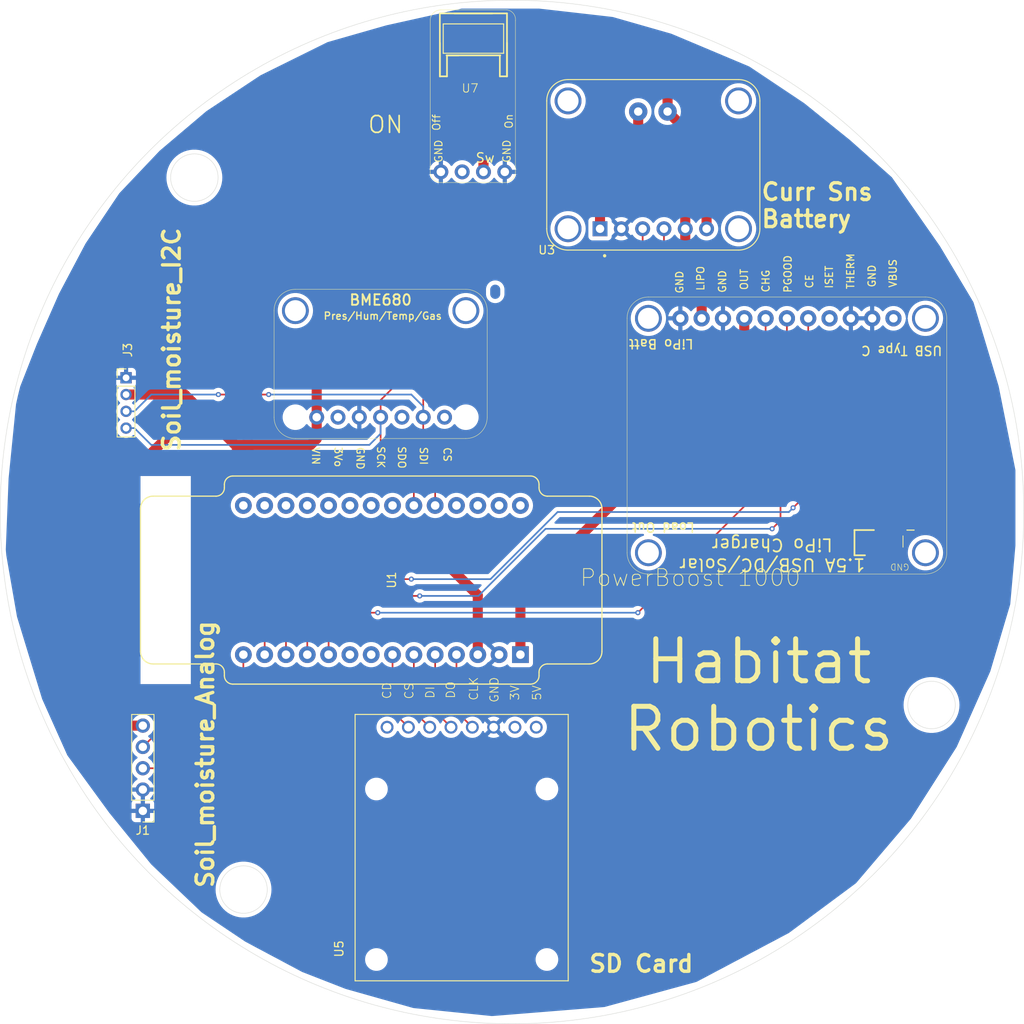
<source format=kicad_pcb>
(kicad_pcb (version 20240108) (generator "pcbnew") (generator_version "8.0")
  (layers (0 "F.Cu" signal) (31 "B.Cu" signal) (34 "B.Paste" user) (35 "F.Paste" user) (36 "B.SilkS" user "B.Silkscreen") (37 "F.SilkS" user "F.Silkscreen") (38 "B.Mask" user) (39 "F.Mask" user) (44 "Edge.Cuts" user))
  (net 0 "")
  (net 1 "GND")
  (net 2 "VCC_5-")
  (net 4 "~{CHARGE_EN}")
  (net 5 "PGOOD")
  (net 6 "VCHARG")
  (net 8 "CHG_STATUS")
  (net 9 "LIPO-")
  (net 10 "I2C_SCL")
  (net 11 "I2C_SDA")
  (net 13 "+3.3V")
  (net 14 "LIPO+")
  (net 18 "CS")
  (net 19 "ESP32_DO")
  (net 20 "ESP32_DI")
  (net 21 "CLK")
  (net 22 "BOOST_EN")
  (net 23 "LBO")
  (net 27 "unconnected-(U1-RX0{slash}IO44-Pad2)")
  (net 29 "ANALOG_IN2")
  (net 34 "ANALOG_IN1")
  (net 43 "VBAT")
  (footprint "Adafruit_MicroSD:MODULE_254" (layer "F.Cu") (at 112 138 90)
    (property "Reference" "U5")
    (property "Value" "254")
  )
  (footprint "Adafruit_BME680:Adafruit_BME680_throughole" (layer "F.Cu") (at 102.313 80.1214)
    (property "Reference" "U6" (hide yes))
    (property "Value" "BME680")
  )
  (footprint "Adafruit_INA219:MODULE_904" (layer "F.Cu") (at 122.14 66.78)
    (property "Reference" "U3")
    (property "Value" "904")
  )
  (footprint "walter:walter-solder" (layer "F.Cu") (at 102.49 106.11 -90)
    (property "Reference" "U1")
    (property "Value" "DPT_Walter" (hide yes))
  )
  (footprint "Connector_PinHeader_2.54mm:PinHeader_1x05_P2.54mm_Vertical" (layer "F.Cu") (at 74 133.62 180)
    (property "Reference" "J1")
    (property "Value" "Conn_01x05_Analog_Soil_moisture")
  )
  (footprint "Adafruit_BQ24074:Adafruit_BQ24074" (layer "F.Cu") (at 151 89 180)
    (property "Reference" "Adafruit_BQ24074" (hide yes))
    (property "Value" "~" (hide yes))
  )
  (footprint "Connector_PinHeader_2.00mm:PinHeader_1x04_P2.00mm_Vertical" (layer "F.Cu") (at 72 82)
    (property "Reference" "J3")
    (property "Value" "Conn_01x04_I2C_Soil_moisture")
  )
  (footprint "Adafruit_Switch_JST:Adafruit_Switch_JST" (layer "F.Cu") (at 113 48)
    (property "Reference" "U7")
    (property "Value" "Switch1")
  )
  (gr_circle (center 86 143) (end 88 141) (stroke (width 0.05)) (fill none) (layer "Edge.Cuts"))
  (gr_circle (center 80.140864 58.140864) (end 82.140864 60.140864) (stroke (width 0.05)) (fill none) (layer "Edge.Cuts"))
  (gr_circle (center 118 98) (end 179 98) (stroke (width 0.05)) (fill none) (layer "Edge.Cuts"))
  (gr_circle (center 168 121) (end 170 123) (stroke (width 0.05)) (fill none) (layer "Edge.Cuts"))
  (gr_text "Habitat\nRobotics" (at 147.4 126.8 0) (layer "F.SilkS") (effects (font (size 5 5) (thickness 0.6) (bold yes)) (justify bottom)))
  (gr_text "Soil_moisture_Analog" (at 82.6 143 90) (layer "F.SilkS") (effects (font (size 2 2) (thickness 0.4) (bold yes)) (justify left bottom)))
  (gr_text "Curr Sns\nBattery" (at 147.54 64.24 0) (layer "F.SilkS") (effects (font (size 2 2) (thickness 0.4) (bold yes)) (justify left bottom)))
  (gr_text "SD Card\n" (at 127 153 0) (layer "F.SilkS") (effects (font (size 2 2) (thickness 0.4) (bold yes)) (justify left bottom)))
  (gr_text "PowerBoost 1000" (at 126 107 0) (layer "F.SilkS") (effects (font (size 2 2) (thickness 0.1)) (justify left bottom)))
  (gr_text "ON" (at 100.7 53 0) (layer "F.SilkS") (effects (font (size 2 2) (thickness 0.2) (bold yes)) (justify left bottom)))
  (gr_text "Soil_moisture_I2C" (at 78.6 91 90) (layer "F.SilkS") (effects (font (size 2 2) (thickness 0.4) (bold yes)) (justify left bottom)))
  (segment (start 91.06 115) (end 91.06 106.94) (width 0.2) (layer "F.Cu") (net 4))
  (segment (start 151.5 97.5) (end 153.305 95.695) (width 0.2) (layer "F.Cu") (net 4))
  (segment (start 153.305 95.695) (end 153.305 74.915) (width 0.2) (layer "F.Cu") (net 4))
  (segment (start 92 106) (end 106 106) (width 0.2) (layer "F.Cu") (net 4))
  (segment (start 91.06 106.94) (end 92 106) (width 0.2) (layer "F.Cu") (net 4))
  (via (at 106 106) (size 0.6) (drill 0.3) (layers "F.Cu" "B.Cu") (net 4))
  (via (at 151.5 97.5) (size 0.6) (drill 0.3) (layers "F.Cu" "B.Cu") (net 4))
  (segment (start 151.5 97.5) (end 151 98) (width 0.2) (layer "B.Cu") (net 4))
  (segment (start 115.434314 106) (end 106 106) (width 0.2) (layer "B.Cu") (net 4))
  (segment (start 151 98) (end 123.434314 98) (width 0.2) (layer "B.Cu") (net 4))
  (segment (start 123.434314 98) (end 115.434314 106) (width 0.2) (layer "B.Cu") (net 4))
  (segment (start 93.6 108.4) (end 94 108) (width 0.2) (layer "F.Cu") (net 5))
  (segment (start 150 99) (end 150 96) (width 0.2) (layer "F.Cu") (net 5))
  (segment (start 93.6 115) (end 93.6 108.4) (width 0.2) (layer "F.Cu") (net 5))
  (segment (start 150 96) (end 150.765 95.235) (width 0.2) (layer "F.Cu") (net 5))
  (segment (start 150.765 95.235) (end 150.765 74.915) (width 0.2) (layer "F.Cu") (net 5))
  (segment (start 149 100) (end 150 99) (width 0.2) (layer "F.Cu") (net 5))
  (segment (start 94 108) (end 107 108) (width 0.2) (layer "F.Cu") (net 5))
  (via (at 107 108) (size 0.6) (drill 0.3) (layers "F.Cu" "B.Cu") (net 5))
  (via (at 149 100) (size 0.6) (drill 0.3) (layers "F.Cu" "B.Cu") (net 5))
  (segment (start 149 100) (end 122 100) (width 0.2) (layer "B.Cu") (net 5))
  (segment (start 122 100) (end 114 108) (width 0.2) (layer "B.Cu") (net 5))
  (segment (start 114 108) (end 107 108) (width 0.2) (layer "B.Cu") (net 5))
  (segment (start 145.685 81.315) (end 145.685 74.915) (width 1.2) (layer "F.Cu") (net 6))
  (segment (start 119 115) (end 119 108) (width 1.2) (layer "F.Cu") (net 6))
  (segment (start 119 108) (end 145.685 81.315) (width 1.2) (layer "F.Cu") (net 6))
  (segment (start 96.14 112.86) (end 96.14 115) (width 0.2) (layer "F.Cu") (net 8))
  (segment (start 102 110) (end 99 110) (width 0.2) (layer "F.Cu") (net 8))
  (segment (start 99 110) (end 96.14 112.86) (width 0.2) (layer "F.Cu") (net 8))
  (segment (start 148.225 74.915) (end 148.225 94.775) (width 0.2) (layer "F.Cu") (net 8))
  (segment (start 148.225 94.775) (end 133 110) (width 0.2) (layer "F.Cu") (net 8))
  (via (at 102 110) (size 0.6) (drill 0.3) (layers "F.Cu" "B.Cu") (net 8))
  (via (at 133 110) (size 0.6) (drill 0.3) (layers "F.Cu" "B.Cu") (net 8))
  (segment (start 133 110) (end 102 110) (width 0.2) (layer "B.Cu") (net 8))
  (segment (start 140.605 70.605) (end 140.605 74.915) (width 1.2) (layer "F.Cu") (net 9))
  (segment (start 138.65 58.65) (end 138.65 64.24) (width 1.2) (layer "F.Cu") (net 9))
  (segment (start 133.04 50.27) (end 133.04 53.04) (width 1.2) (layer "F.Cu") (net 9))
  (segment (start 133.04 53.04) (end 138.65 58.65) (width 1.2) (layer "F.Cu") (net 9))
  (segment (start 138.65 68.65) (end 140.605 70.605) (width 1.2) (layer "F.Cu") (net 9))
  (segment (start 138.65 64.24) (end 138.65 68.65) (width 1.2) (layer "F.Cu") (net 9))
  (segment (start 107 80) (end 118 80) (width 0.2) (layer "F.Cu") (net 10))
  (segment (start 102.34 86.7) (end 102.34 84.66) (width 0.2) (layer "F.Cu") (net 10))
  (segment (start 105 93) (end 106.3 94.3) (width 0.2) (layer "F.Cu") (net 10))
  (segment (start 133.57 67.43) (end 133.57 64.24) (width 0.2) (layer "F.Cu") (net 10))
  (segment (start 106.3 94.3) (end 106.3 97.22) (width 0.2) (layer "F.Cu") (net 10))
  (segment (start 132 69) (end 133.57 67.43) (width 0.2) (layer "F.Cu") (net 10))
  (segment (start 102.34 92.34) (end 103 93) (width 0.2) (layer "F.Cu") (net 10))
  (segment (start 102.34 84.66) (end 107 80) (width 0.2) (layer "F.Cu") (net 10))
  (segment (start 118 80) (end 129 69) (width 0.2) (layer "F.Cu") (net 10))
  (segment (start 102.34 86.7) (end 102.34 92.34) (width 0.2) (layer "F.Cu") (net 10))
  (segment (start 129 69) (end 132 69) (width 0.2) (layer "F.Cu") (net 10))
  (segment (start 103 93) (end 105 93) (width 0.2) (layer "F.Cu") (net 10))
  (segment (start 75 90) (end 101 90) (width 0.2) (layer "B.Cu") (net 10))
  (segment (start 102.34 88.66) (end 102.34 86.7) (width 0.2) (layer "B.Cu") (net 10))
  (segment (start 73 88) (end 75 90) (width 0.2) (layer "B.Cu") (net 10))
  (segment (start 72 88) (end 73 88) (width 0.2) (layer "B.Cu") (net 10))
  (segment (start 101 90) (end 102.34 88.66) (width 0.2) (layer "B.Cu") (net 10))
  (segment (start 108 84) (end 120 84) (width 0.2) (layer "F.Cu") (net 11))
  (segment (start 107.42 86.7) (end 107.42 91.42) (width 0.2) (layer "F.Cu") (net 11))
  (segment (start 107.42 86.7) (end 107.42 84.58) (width 0.2) (layer "F.Cu") (net 11))
  (segment (start 120 84) (end 131 73) (width 0.2) (layer "F.Cu") (net 11))
  (segment (start 136.11 68.89) (end 136.11 64.24) (width 0.2) (layer "F.Cu") (net 11))
  (segment (start 132 73) (end 136.11 68.89) (width 0.2) (layer "F.Cu") (net 11))
  (segment (start 83 84) (end 89 84) (width 0.2) (layer "F.Cu") (net 11))
  (segment (start 108.84 92.84) (end 108.84 97.22) (width 0.2) (layer "F.Cu") (net 11))
  (segment (start 107.42 84.58) (end 108 84) (width 0.2) (layer "F.Cu") (net 11))
  (segment (start 107.42 91.42) (end 108.84 92.84) (width 0.2) (layer "F.Cu") (net 11))
  (segment (start 131 73) (end 132 73) (width 0.2) (layer "F.Cu") (net 11))
  (via (at 83 84) (size 0.6) (drill 0.3) (layers "F.Cu" "B.Cu") (net 11))
  (via (at 89 84) (size 0.6) (drill 0.3) (layers "F.Cu" "B.Cu") (net 11))
  (segment (start 75 84) (end 83 84) (width 0.2) (layer "B.Cu") (net 11))
  (segment (start 72 86) (end 73 86) (width 0.2) (layer "B.Cu") (net 11))
  (segment (start 106 84) (end 107.42 85.42) (width 0.2) (layer "B.Cu") (net 11))
  (segment (start 89 84) (end 106 84) (width 0.2) (layer "B.Cu") (net 11))
  (segment (start 107.42 85.42) (end 107.42 86.7) (width 0.2) (layer "B.Cu") (net 11))
  (segment (start 73 86) (end 75 84) (width 0.2) (layer "B.Cu") (net 11))
  (segment (start 113.92 115) (end 113.92 107.92) (width 1.2) (layer "F.Cu") (net 13))
  (segment (start 70.46 123.46) (end 74 123.46) (width 1.2) (layer "F.Cu") (net 13))
  (segment (start 94.72 86.7) (end 94.72 80.28) (width 1.2) (layer "F.Cu") (net 13))
  (segment (start 87 90) (end 85 90) (width 1.2) (layer "F.Cu") (net 13))
  (segment (start 83 93) (end 86 90) (width 1.2) (layer "F.Cu") (net 13))
  (segment (start 87 90) (end 94 90) (width 1.2) (layer "F.Cu") (net 13))
  (segment (start 80.5 85.5) (end 79 84) (width 1.2) (layer "F.Cu") (net 13))
  (segment (start 68 98) (end 68 121) (width 1.2) (layer "F.Cu") (net 13))
  (segment (start 109 103) (end 85 103) (width 1.2) (layer "F.Cu") (net 13))
  (segment (start 94.72 89.28) (end 94.72 86.7) (width 1.2) (layer "F.Cu") (net 13))
  (segment (start 79 84) (end 72 84) (width 1.2) (layer "F.Cu") (net 13))
  (segment (start 85 103) (end 83 101) (width 1.2) (layer "F.Cu") (net 13))
  (segment (start 113.92 107.92) (end 109 103) (width 1.2) (layer "F.Cu") (net 13))
  (segment (start 80.5 85.5) (end 68 98) (width 1.2) (layer "F.Cu") (net 13))
  (segment (start 127 61) (end 128.49 62.49) (width 1.2) (layer "F.Cu") (net 13))
  (segment (start 114 61) (end 127 61) (width 1.2) (layer "F.Cu") (net 13))
  (segment (start 94 90) (end 94.72 89.28) (width 1.2) (layer "F.Cu") (net 13))
  (segment (start 86 90) (end 87 90) (width 1.2) (layer "F.Cu") (net 13))
  (segment (start 85 90) (end 80.5 85.5) (width 1.2) (layer "F.Cu") (net 13))
  (segment (start 68 121) (end 70.46 123.46) (width 1.2) (layer "F.Cu") (net 13))
  (segment (start 94.72 80.28) (end 114 61) (width 1.2) (layer "F.Cu") (net 13))
  (segment (start 128.49 62.49) (end 128.49 64.24) (width 1.2) (layer "F.Cu") (net 13))
  (segment (start 83 101) (end 83 93) (width 1.2) (layer "F.Cu") (net 13))
  (segment (start 114.6 54.4) (end 114.6 57.459) (width 1.2) (layer "F.Cu") (net 14))
  (segment (start 136.54 47.54) (end 134 45) (width 1.2) (layer "F.Cu") (net 14))
  (segment (start 114.6 46.4) (end 114.6 57.459) (width 1.2) (layer "F.Cu") (net 14))
  (segment (start 136.54 50.27) (end 136.54 47.54) (width 1.2) (layer "F.Cu") (net 14))
  (segment (start 141.19 64.24) (end 141.19 54.92) (width 1.2) (layer "F.Cu") (net 14))
  (segment (start 141.19 54.92) (end 136.54 50.27) (width 1.2) (layer "F.Cu") (net 14))
  (segment (start 116 45) (end 114.6 46.4) (width 1.2) (layer "F.Cu") (net 14))
  (segment (start 134 45) (end 116 45) (width 1.2) (layer "F.Cu") (net 14))
  (segment (start 103.76 115) (end 103.76 121.759) (width 0.2) (layer "F.Cu") (net 18))
  (segment (start 103.76 121.759) (end 105.65 123.649) (width 0.2) (layer "F.Cu") (net 18))
  (segment (start 106.3 121.759) (end 108.19 123.649) (width 0.2) (layer "F.Cu") (net 19))
  (segment (start 106.3 115) (end 106.3 121.759) (width 0.2) (layer "F.Cu") (net 19))
  (segment (start 108.84 121.759) (end 110.73 123.649) (width 0.2) (layer "F.Cu") (net 20))
  (segment (start 108.84 115) (end 108.84 121.759) (width 0.2) (layer "F.Cu") (net 20))
  (segment (start 112 122) (end 112 122.379) (width 0.2) (layer "F.Cu") (net 21))
  (segment (start 111.38 115) (end 111.38 121.38) (width 0.2) (layer "F.Cu") (net 21))
  (segment (start 111.38 121.38) (end 112 122) (width 0.2) (layer "F.Cu") (net 21))
  (segment (start 112 122.379) (end 113.27 123.649) (width 0.2) (layer "F.Cu") (net 21))
  (segment (start 116 72) (end 116 71.5) (width 1.2) (layer "B.Cu") (net 27))
  (segment (start 74 126) (end 83 117) (width 0.2) (layer "F.Cu") (net 29))
  (segment (start 88.52 112.52) (end 88 112) (width 0.2) (layer "F.Cu") (net 29))
  (segment (start 83 113) (end 84 112) (width 0.2) (layer "F.Cu") (net 29))
  (segment (start 88.52 115) (end 88.52 112.52) (width 0.2) (layer "F.Cu") (net 29))
  (segment (start 83 117) (end 83 113) (width 0.2) (layer "F.Cu") (net 29))
  (segment (start 88 112) (end 85 112) (width 0.2) (layer "F.Cu") (net 29))
  (segment (start 84 112) (end 85 112) (width 0.2) (layer "F.Cu") (net 29))
  (segment (start 85.98 117.98) (end 85.98 115) (width 0.2) (layer "F.Cu") (net 34))
  (segment (start 74 128.54) (end 76.46 128.54) (width 0.2) (layer "F.Cu") (net 34))
  (segment (start 86 119) (end 86 118) (width 0.2) (layer "F.Cu") (net 34))
  (segment (start 86 118) (end 85.98 117.98) (width 0.2) (layer "F.Cu") (net 34))
  (segment (start 76.46 128.54) (end 86 119) (width 0.2) (layer "F.Cu") (net 34))
  (zone (net 1) (net_name "GND") (layer "B.Cu") (name "Ground") (connect_pads (clearance 0.5)) (min_thickness 0.25) (fill yes (thermal_gap 0.5) (thermal_bridge_width 0.5))
    (polygon (pts (xy 112 38) (xy 121.22852 38) (xy 130 39) (xy 137 41) (xy 146.28516 44.904497) (xy 152.83213 49.277156) (xy 158.28068 53.670646) (xy 163.273943 58.104237) (xy 169 66.310185) (xy 173 73) (xy 176 83) (xy 178 93) (xy 178 102) (xy 177.380663 109) (xy 175 117) (xy 171 126) (xy 165.549274 134.549274) (xy 159 142.239665) (xy 151 148.174537) (xy 140 154) (xy 129 157) (xy 115.591913 158.077529) (xy 106.230206 157.118707) (xy 98.16099 154.83901) (xy 93 152.825689) (xy 86.209026 149.209026) (xy 81 145.715155) (xy 75 140) (xy 70 133.851319) (xy 65 127) (xy 62 120.295669) (xy 59 110.476637) (xy 57.654338 102.755701) (xy 58 94) (xy 59 84.012482) (xy 61.362664 78) (xy 64 72) (xy 67.171963 66) (xy 71.195811 60.009316) (xy 76 54.946313) (xy 81.570394 50.228528) (xy 88 45.966299) (xy 96 42) (xy 103 40)))
  )
)
</source>
